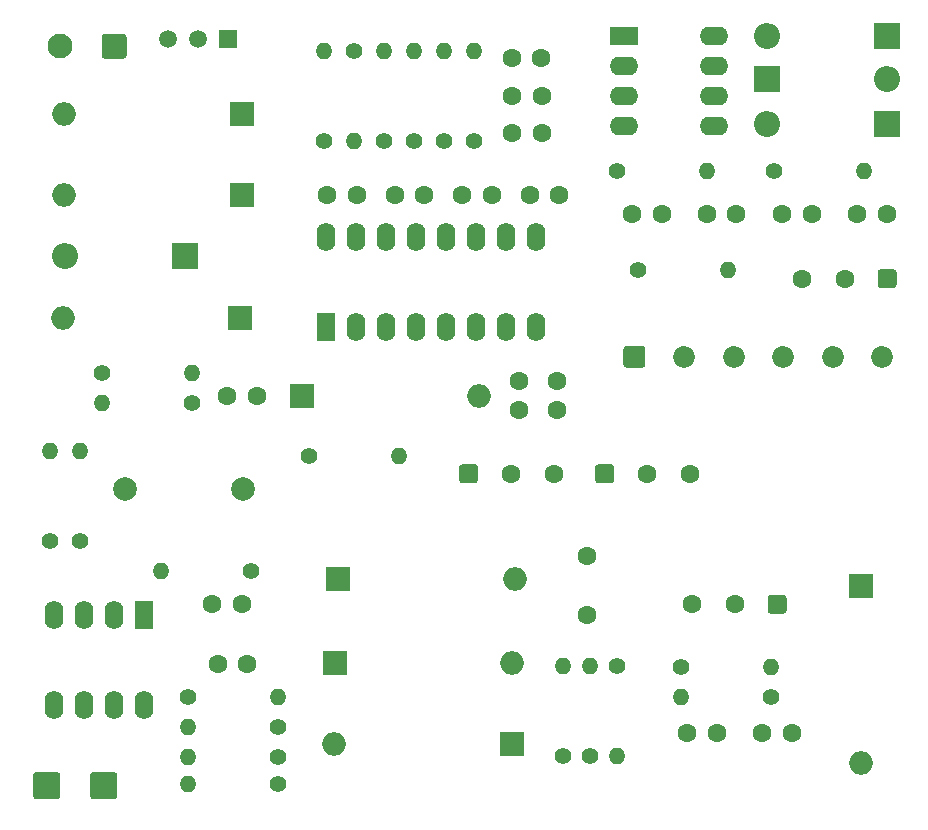
<source format=gbr>
%TF.GenerationSoftware,KiCad,Pcbnew,5.1.8+dfsg1-1~bpo10+1*%
%TF.CreationDate,2020-12-09T14:47:48+08:00*%
%TF.ProjectId,Dirty Delay,44697274-7920-4446-956c-61792e6b6963,rev?*%
%TF.SameCoordinates,Original*%
%TF.FileFunction,Soldermask,Top*%
%TF.FilePolarity,Negative*%
%FSLAX46Y46*%
G04 Gerber Fmt 4.6, Leading zero omitted, Abs format (unit mm)*
G04 Created by KiCad (PCBNEW 5.1.8+dfsg1-1~bpo10+1) date 2020-12-09 14:47:48*
%MOMM*%
%LPD*%
G01*
G04 APERTURE LIST*
%ADD10R,1.500000X1.500000*%
%ADD11C,1.500000*%
%ADD12R,2.000000X2.000000*%
%ADD13O,2.000000X2.000000*%
%ADD14R,2.400000X1.600000*%
%ADD15O,2.400000X1.600000*%
%ADD16C,1.600000*%
%ADD17C,2.000000*%
%ADD18O,2.200000X2.200000*%
%ADD19R,2.200000X2.200000*%
%ADD20C,1.400000*%
%ADD21O,1.400000X1.400000*%
%ADD22O,1.600000X2.400000*%
%ADD23R,1.600000X2.400000*%
%ADD24C,2.100000*%
%ADD25C,1.850000*%
G04 APERTURE END LIST*
D10*
%TO.C,U1*%
X127127000Y-49784000D03*
D11*
X122047000Y-49784000D03*
X124587000Y-49784000D03*
%TD*%
D12*
%TO.C,C1*%
X128143000Y-73406000D03*
D13*
X113143000Y-73406000D03*
%TD*%
D14*
%TO.C,U5*%
X160655000Y-49530000D03*
D15*
X168275000Y-57150000D03*
X160655000Y-52070000D03*
X168275000Y-54610000D03*
X160655000Y-54610000D03*
X168275000Y-52070000D03*
X160655000Y-57150000D03*
X168275000Y-49530000D03*
%TD*%
D13*
%TO.C,C2*%
X113270000Y-56134000D03*
D12*
X128270000Y-56134000D03*
%TD*%
%TO.C,C3*%
X128270000Y-62992000D03*
D13*
X113270000Y-62992000D03*
%TD*%
D16*
%TO.C,C4*%
X127040000Y-80010000D03*
X129540000Y-80010000D03*
%TD*%
%TO.C,C5*%
X125770000Y-97663000D03*
X128270000Y-97663000D03*
%TD*%
D12*
%TO.C,C6*%
X136398000Y-95504000D03*
D13*
X151398000Y-95504000D03*
%TD*%
D12*
%TO.C,C7*%
X133350000Y-80010000D03*
D13*
X148350000Y-80010000D03*
%TD*%
D16*
%TO.C,C8*%
X151765000Y-81240000D03*
X151765000Y-78740000D03*
%TD*%
%TO.C,C9*%
X154940000Y-78740000D03*
X154940000Y-81240000D03*
%TD*%
%TO.C,C10*%
X135509000Y-62992000D03*
X138009000Y-62992000D03*
%TD*%
%TO.C,C11*%
X143724000Y-62992000D03*
X141224000Y-62992000D03*
%TD*%
%TO.C,C12*%
X146939000Y-62992000D03*
X149439000Y-62992000D03*
%TD*%
%TO.C,C13*%
X155154000Y-62992000D03*
X152654000Y-62992000D03*
%TD*%
%TO.C,C14*%
X157480000Y-98552000D03*
X157480000Y-93552000D03*
%TD*%
%TO.C,C15*%
X174839000Y-108585000D03*
X172339000Y-108585000D03*
%TD*%
D13*
%TO.C,C16*%
X180721000Y-111139000D03*
D12*
X180721000Y-96139000D03*
%TD*%
D16*
%TO.C,C17*%
X165989000Y-108585000D03*
X168489000Y-108585000D03*
%TD*%
D17*
%TO.C,C18*%
X118364000Y-87884000D03*
X128364000Y-87884000D03*
%TD*%
D16*
%TO.C,C19*%
X151170000Y-57785000D03*
X153670000Y-57785000D03*
%TD*%
D12*
%TO.C,C20*%
X151130000Y-109474000D03*
D13*
X136130000Y-109474000D03*
%TD*%
D16*
%TO.C,C21*%
X126238000Y-102743000D03*
X128738000Y-102743000D03*
%TD*%
%TO.C,C22*%
X151130000Y-51435000D03*
X153630000Y-51435000D03*
%TD*%
D13*
%TO.C,C23*%
X151144000Y-102616000D03*
D12*
X136144000Y-102616000D03*
%TD*%
D16*
%TO.C,C24*%
X161330000Y-64643000D03*
X163830000Y-64643000D03*
%TD*%
%TO.C,C25*%
X167640000Y-64643000D03*
X170140000Y-64643000D03*
%TD*%
%TO.C,C26*%
X182880000Y-64643000D03*
X180380000Y-64643000D03*
%TD*%
%TO.C,C27*%
X176530000Y-64643000D03*
X174030000Y-64643000D03*
%TD*%
%TO.C,C28*%
X151170000Y-54610000D03*
X153670000Y-54610000D03*
%TD*%
D18*
%TO.C,D1*%
X113284000Y-68199000D03*
D19*
X123444000Y-68199000D03*
%TD*%
%TO.C,D2*%
X182880000Y-49530000D03*
D18*
X172720000Y-49530000D03*
%TD*%
%TO.C,D3*%
X172720000Y-57023000D03*
D19*
X182880000Y-57023000D03*
%TD*%
%TO.C,D4*%
X172720000Y-53213000D03*
D18*
X182880000Y-53213000D03*
%TD*%
D16*
%TO.C,Gain*%
X175724000Y-70104000D03*
X179324000Y-70104000D03*
G36*
G01*
X183724000Y-69554000D02*
X183724000Y-70654000D01*
G75*
G02*
X183474000Y-70904000I-250000J0D01*
G01*
X182374000Y-70904000D01*
G75*
G02*
X182124000Y-70654000I0J250000D01*
G01*
X182124000Y-69554000D01*
G75*
G02*
X182374000Y-69304000I250000J0D01*
G01*
X183474000Y-69304000D01*
G75*
G02*
X183724000Y-69554000I0J-250000D01*
G01*
G37*
%TD*%
%TO.C,Level*%
X166204000Y-86614000D03*
X162604000Y-86614000D03*
G36*
G01*
X158204000Y-87164000D02*
X158204000Y-86064000D01*
G75*
G02*
X158454000Y-85814000I250000J0D01*
G01*
X159554000Y-85814000D01*
G75*
G02*
X159804000Y-86064000I0J-250000D01*
G01*
X159804000Y-87164000D01*
G75*
G02*
X159554000Y-87414000I-250000J0D01*
G01*
X158454000Y-87414000D01*
G75*
G02*
X158204000Y-87164000I0J250000D01*
G01*
G37*
%TD*%
D20*
%TO.C,R1*%
X116459000Y-78105000D03*
D21*
X124079000Y-78105000D03*
%TD*%
%TO.C,R2*%
X116459000Y-80645000D03*
D20*
X124079000Y-80645000D03*
%TD*%
%TO.C,R3*%
X129032000Y-94869000D03*
D21*
X121412000Y-94869000D03*
%TD*%
%TO.C,R4*%
X155448000Y-102870000D03*
D20*
X155448000Y-110490000D03*
%TD*%
%TO.C,R5*%
X133985000Y-85090000D03*
D21*
X141605000Y-85090000D03*
%TD*%
D20*
%TO.C,R6*%
X137795000Y-50800000D03*
D21*
X137795000Y-58420000D03*
%TD*%
%TO.C,R7*%
X140335000Y-50800000D03*
D20*
X140335000Y-58420000D03*
%TD*%
D21*
%TO.C,R8*%
X142875000Y-50800000D03*
D20*
X142875000Y-58420000D03*
%TD*%
%TO.C,R9*%
X145415000Y-58420000D03*
D21*
X145415000Y-50800000D03*
%TD*%
D20*
%TO.C,R10*%
X147955000Y-58420000D03*
D21*
X147955000Y-50800000D03*
%TD*%
%TO.C,R11*%
X165481000Y-105537000D03*
D20*
X173101000Y-105537000D03*
%TD*%
D21*
%TO.C,R12*%
X135255000Y-50800000D03*
D20*
X135255000Y-58420000D03*
%TD*%
%TO.C,R13*%
X165481000Y-102997000D03*
D21*
X173101000Y-102997000D03*
%TD*%
D20*
%TO.C,R14*%
X112014000Y-92329000D03*
D21*
X112014000Y-84709000D03*
%TD*%
D20*
%TO.C,R15*%
X114554000Y-92329000D03*
D21*
X114554000Y-84709000D03*
%TD*%
D20*
%TO.C,R16*%
X131318000Y-108077000D03*
D21*
X123698000Y-108077000D03*
%TD*%
%TO.C,R17*%
X123698000Y-110617000D03*
D20*
X131318000Y-110617000D03*
%TD*%
%TO.C,R18*%
X123698000Y-105537000D03*
D21*
X131318000Y-105537000D03*
%TD*%
%TO.C,R19*%
X123698000Y-112903000D03*
D20*
X131318000Y-112903000D03*
%TD*%
%TO.C,R20*%
X157734000Y-110490000D03*
D21*
X157734000Y-102870000D03*
%TD*%
%TO.C,R21*%
X160020000Y-110490000D03*
D20*
X160020000Y-102870000D03*
%TD*%
D21*
%TO.C,R22*%
X169418000Y-69342000D03*
D20*
X161798000Y-69342000D03*
%TD*%
D21*
%TO.C,R23*%
X167640000Y-60960000D03*
D20*
X160020000Y-60960000D03*
%TD*%
D21*
%TO.C,R24*%
X180975000Y-60960000D03*
D20*
X173355000Y-60960000D03*
%TD*%
%TO.C,Repeats*%
G36*
G01*
X174409000Y-97113000D02*
X174409000Y-98213000D01*
G75*
G02*
X174159000Y-98463000I-250000J0D01*
G01*
X173059000Y-98463000D01*
G75*
G02*
X172809000Y-98213000I0J250000D01*
G01*
X172809000Y-97113000D01*
G75*
G02*
X173059000Y-96863000I250000J0D01*
G01*
X174159000Y-96863000D01*
G75*
G02*
X174409000Y-97113000I0J-250000D01*
G01*
G37*
D16*
X170009000Y-97663000D03*
X166409000Y-97663000D03*
%TD*%
%TO.C,Time*%
G36*
G01*
X146686000Y-87164000D02*
X146686000Y-86064000D01*
G75*
G02*
X146936000Y-85814000I250000J0D01*
G01*
X148036000Y-85814000D01*
G75*
G02*
X148286000Y-86064000I0J-250000D01*
G01*
X148286000Y-87164000D01*
G75*
G02*
X148036000Y-87414000I-250000J0D01*
G01*
X146936000Y-87414000D01*
G75*
G02*
X146686000Y-87164000I0J250000D01*
G01*
G37*
X151086000Y-86614000D03*
X154686000Y-86614000D03*
%TD*%
D22*
%TO.C,U2*%
X120015000Y-106172000D03*
X112395000Y-98552000D03*
X117475000Y-106172000D03*
X114935000Y-98552000D03*
X114935000Y-106172000D03*
X117475000Y-98552000D03*
X112395000Y-106172000D03*
D23*
X120015000Y-98552000D03*
%TD*%
%TO.C,U3*%
X135382000Y-74168000D03*
D22*
X153162000Y-66548000D03*
X137922000Y-74168000D03*
X150622000Y-66548000D03*
X140462000Y-74168000D03*
X148082000Y-66548000D03*
X143002000Y-74168000D03*
X145542000Y-66548000D03*
X145542000Y-74168000D03*
X143002000Y-66548000D03*
X148082000Y-74168000D03*
X140462000Y-66548000D03*
X150622000Y-74168000D03*
X137922000Y-66548000D03*
X153162000Y-74168000D03*
X135382000Y-66548000D03*
%TD*%
%TO.C,J1*%
G36*
G01*
X118525000Y-49618999D02*
X118525000Y-51219001D01*
G75*
G02*
X118275001Y-51469000I-249999J0D01*
G01*
X116674999Y-51469000D01*
G75*
G02*
X116425000Y-51219001I0J249999D01*
G01*
X116425000Y-49618999D01*
G75*
G02*
X116674999Y-49369000I249999J0D01*
G01*
X118275001Y-49369000D01*
G75*
G02*
X118525000Y-49618999I0J-249999D01*
G01*
G37*
D24*
X112875000Y-50419000D03*
%TD*%
%TO.C,SW1*%
G36*
G01*
X160601000Y-77383001D02*
X160601000Y-76032999D01*
G75*
G02*
X160850999Y-75783000I249999J0D01*
G01*
X162201001Y-75783000D01*
G75*
G02*
X162451000Y-76032999I0J-249999D01*
G01*
X162451000Y-77383001D01*
G75*
G02*
X162201001Y-77633000I-249999J0D01*
G01*
X160850999Y-77633000D01*
G75*
G02*
X160601000Y-77383001I0J249999D01*
G01*
G37*
D25*
X165726000Y-76708000D03*
X169926000Y-76708000D03*
X174126000Y-76708000D03*
X178326000Y-76708000D03*
X182526000Y-76708000D03*
%TD*%
%TO.C,IN*%
G36*
G01*
X110610000Y-113930000D02*
X110610000Y-112130000D01*
G75*
G02*
X110860000Y-111880000I250000J0D01*
G01*
X112660000Y-111880000D01*
G75*
G02*
X112910000Y-112130000I0J-250000D01*
G01*
X112910000Y-113930000D01*
G75*
G02*
X112660000Y-114180000I-250000J0D01*
G01*
X110860000Y-114180000D01*
G75*
G02*
X110610000Y-113930000I0J250000D01*
G01*
G37*
%TD*%
%TO.C,OUT*%
G36*
G01*
X115436000Y-113930000D02*
X115436000Y-112130000D01*
G75*
G02*
X115686000Y-111880000I250000J0D01*
G01*
X117486000Y-111880000D01*
G75*
G02*
X117736000Y-112130000I0J-250000D01*
G01*
X117736000Y-113930000D01*
G75*
G02*
X117486000Y-114180000I-250000J0D01*
G01*
X115686000Y-114180000D01*
G75*
G02*
X115436000Y-113930000I0J250000D01*
G01*
G37*
%TD*%
M02*

</source>
